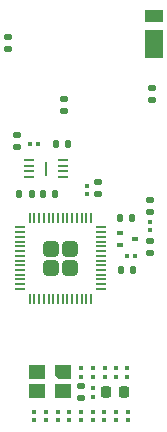
<source format=gbr>
%TF.GenerationSoftware,KiCad,Pcbnew,9.0.0*%
%TF.CreationDate,2025-05-15T12:24:39+09:00*%
%TF.ProjectId,Raspberry Pi Pico(Designed By TORICA),52617370-6265-4727-9279-205069205069,rev?*%
%TF.SameCoordinates,Original*%
%TF.FileFunction,Paste,Top*%
%TF.FilePolarity,Positive*%
%FSLAX46Y46*%
G04 Gerber Fmt 4.6, Leading zero omitted, Abs format (unit mm)*
G04 Created by KiCad (PCBNEW 9.0.0) date 2025-05-15 12:24:39*
%MOMM*%
%LPD*%
G01*
G04 APERTURE LIST*
G04 Aperture macros list*
%AMRoundRect*
0 Rectangle with rounded corners*
0 $1 Rounding radius*
0 $2 $3 $4 $5 $6 $7 $8 $9 X,Y pos of 4 corners*
0 Add a 4 corners polygon primitive as box body*
4,1,4,$2,$3,$4,$5,$6,$7,$8,$9,$2,$3,0*
0 Add four circle primitives for the rounded corners*
1,1,$1+$1,$2,$3*
1,1,$1+$1,$4,$5*
1,1,$1+$1,$6,$7*
1,1,$1+$1,$8,$9*
0 Add four rect primitives between the rounded corners*
20,1,$1+$1,$2,$3,$4,$5,0*
20,1,$1+$1,$4,$5,$6,$7,0*
20,1,$1+$1,$6,$7,$8,$9,0*
20,1,$1+$1,$8,$9,$2,$3,0*%
%AMOutline5P*
0 Free polygon, 5 corners , with rotation*
0 The origin of the aperture is its center*
0 number of corners: always 5*
0 $1 to $10 corner X, Y*
0 $11 Rotation angle, in degrees counterclockwise*
0 create outline with 5 corners*
4,1,5,$1,$2,$3,$4,$5,$6,$7,$8,$9,$10,$1,$2,$11*%
%AMOutline6P*
0 Free polygon, 6 corners , with rotation*
0 The origin of the aperture is its center*
0 number of corners: always 6*
0 $1 to $12 corner X, Y*
0 $13 Rotation angle, in degrees counterclockwise*
0 create outline with 6 corners*
4,1,6,$1,$2,$3,$4,$5,$6,$7,$8,$9,$10,$11,$12,$1,$2,$13*%
%AMOutline7P*
0 Free polygon, 7 corners , with rotation*
0 The origin of the aperture is its center*
0 number of corners: always 7*
0 $1 to $14 corner X, Y*
0 $15 Rotation angle, in degrees counterclockwise*
0 create outline with 7 corners*
4,1,7,$1,$2,$3,$4,$5,$6,$7,$8,$9,$10,$11,$12,$13,$14,$1,$2,$15*%
%AMOutline8P*
0 Free polygon, 8 corners , with rotation*
0 The origin of the aperture is its center*
0 number of corners: always 8*
0 $1 to $16 corner X, Y*
0 $17 Rotation angle, in degrees counterclockwise*
0 create outline with 8 corners*
4,1,8,$1,$2,$3,$4,$5,$6,$7,$8,$9,$10,$11,$12,$13,$14,$15,$16,$1,$2,$17*%
G04 Aperture macros list end*
%ADD10R,1.500000X2.400000*%
%ADD11R,1.500000X1.050000*%
%ADD12Outline5P,-0.700000X0.575000X0.412500X0.575000X0.700000X0.287500X0.700000X-0.575000X-0.700000X-0.575000X180.000000*%
%ADD13R,1.400000X1.150000*%
%ADD14RoundRect,0.079500X0.100500X-0.079500X0.100500X0.079500X-0.100500X0.079500X-0.100500X-0.079500X0*%
%ADD15RoundRect,0.079500X-0.100500X0.079500X-0.100500X-0.079500X0.100500X-0.079500X0.100500X0.079500X0*%
%ADD16RoundRect,0.135000X0.185000X-0.135000X0.185000X0.135000X-0.185000X0.135000X-0.185000X-0.135000X0*%
%ADD17RoundRect,0.135000X-0.185000X0.135000X-0.185000X-0.135000X0.185000X-0.135000X0.185000X0.135000X0*%
%ADD18RoundRect,0.135000X-0.135000X-0.185000X0.135000X-0.185000X0.135000X0.185000X-0.135000X0.185000X0*%
%ADD19R,0.510000X0.400000*%
%ADD20RoundRect,0.079500X0.079500X0.100500X-0.079500X0.100500X-0.079500X-0.100500X0.079500X-0.100500X0*%
%ADD21RoundRect,0.249999X-0.395001X-0.395001X0.395001X-0.395001X0.395001X0.395001X-0.395001X0.395001X0*%
%ADD22RoundRect,0.050000X-0.387500X-0.050000X0.387500X-0.050000X0.387500X0.050000X-0.387500X0.050000X0*%
%ADD23RoundRect,0.050000X-0.050000X-0.387500X0.050000X-0.387500X0.050000X0.387500X-0.050000X0.387500X0*%
%ADD24RoundRect,0.040000X-0.040000X-0.605000X0.040000X-0.605000X0.040000X0.605000X-0.040000X0.605000X0*%
%ADD25RoundRect,0.062500X-0.387500X-0.062500X0.387500X-0.062500X0.387500X0.062500X-0.387500X0.062500X0*%
%ADD26RoundRect,0.140000X-0.140000X-0.170000X0.140000X-0.170000X0.140000X0.170000X-0.140000X0.170000X0*%
%ADD27RoundRect,0.225000X0.225000X0.250000X-0.225000X0.250000X-0.225000X-0.250000X0.225000X-0.250000X0*%
G04 APERTURE END LIST*
D10*
%TO.C,D2*%
X156420000Y-82550000D03*
D11*
X156420000Y-80175000D03*
%TD*%
D12*
%TO.C,Y1*%
X148650000Y-110300000D03*
D13*
X146450000Y-110300000D03*
X146450000Y-111900000D03*
X148650000Y-111900000D03*
%TD*%
D14*
%TO.C,C6*%
X150200000Y-114375000D03*
X150200000Y-113685000D03*
%TD*%
%TO.C,C5*%
X154087500Y-110715000D03*
X154087500Y-110025000D03*
%TD*%
D15*
%TO.C,C13*%
X147225313Y-113685000D03*
X147225313Y-114375000D03*
%TD*%
%TO.C,R8*%
X150200000Y-110025000D03*
X150200000Y-110715000D03*
%TD*%
D16*
%TO.C,R13*%
X144000000Y-83010000D03*
X144000000Y-81990000D03*
%TD*%
D14*
%TO.C,C10*%
X153174688Y-114375000D03*
X153174688Y-113685000D03*
%TD*%
D17*
%TO.C,R2*%
X156000000Y-99240000D03*
X156000000Y-100260000D03*
%TD*%
D18*
%TO.C,R3*%
X148090000Y-91000000D03*
X149110000Y-91000000D03*
%TD*%
%TO.C,R6*%
X146990000Y-95250000D03*
X148010000Y-95250000D03*
%TD*%
D17*
%TO.C,R4*%
X151600000Y-94240000D03*
X151600000Y-95260000D03*
%TD*%
D14*
%TO.C,C1*%
X148216875Y-114375000D03*
X148216875Y-113685000D03*
%TD*%
D15*
%TO.C,C16*%
X154166250Y-113685000D03*
X154166250Y-114375000D03*
%TD*%
D14*
%TO.C,C2*%
X156000000Y-98345000D03*
X156000000Y-97655000D03*
%TD*%
D18*
%TO.C,R10*%
X153590000Y-101650000D03*
X154610000Y-101650000D03*
%TD*%
D19*
%TO.C,Q1*%
X153460000Y-98550000D03*
X153460000Y-99550000D03*
X154750000Y-99050000D03*
%TD*%
D20*
%TO.C,R11*%
X146595000Y-91000000D03*
X145905000Y-91000000D03*
%TD*%
D14*
%TO.C,C4*%
X152183125Y-114375000D03*
X152183125Y-113685000D03*
%TD*%
D21*
%TO.C,U1*%
X147650000Y-99887500D03*
X147650000Y-101487500D03*
X149250000Y-99887500D03*
X149250000Y-101487500D03*
D22*
X145012500Y-98087500D03*
X145012500Y-98487500D03*
X145012500Y-98887500D03*
X145012500Y-99287500D03*
X145012500Y-99687500D03*
X145012500Y-100087500D03*
X145012500Y-100487500D03*
X145012500Y-100887500D03*
X145012500Y-101287500D03*
X145012500Y-101687500D03*
X145012500Y-102087500D03*
X145012500Y-102487500D03*
X145012500Y-102887500D03*
X145012500Y-103287500D03*
D23*
X145850000Y-104125000D03*
X146250000Y-104125000D03*
X146650000Y-104125000D03*
X147050000Y-104125000D03*
X147450000Y-104125000D03*
X147850000Y-104125000D03*
X148250000Y-104125000D03*
X148650000Y-104125000D03*
X149050000Y-104125000D03*
X149450000Y-104125000D03*
X149850000Y-104125000D03*
X150250000Y-104125000D03*
X150650000Y-104125000D03*
X151050000Y-104125000D03*
D22*
X151887500Y-103287500D03*
X151887500Y-102887500D03*
X151887500Y-102487500D03*
X151887500Y-102087500D03*
X151887500Y-101687500D03*
X151887500Y-101287500D03*
X151887500Y-100887500D03*
X151887500Y-100487500D03*
X151887500Y-100087500D03*
X151887500Y-99687500D03*
X151887500Y-99287500D03*
X151887500Y-98887500D03*
X151887500Y-98487500D03*
X151887500Y-98087500D03*
D23*
X151050000Y-97250000D03*
X150650000Y-97250000D03*
X150250000Y-97250000D03*
X149850000Y-97250000D03*
X149450000Y-97250000D03*
X149050000Y-97250000D03*
X148650000Y-97250000D03*
X148250000Y-97250000D03*
X147850000Y-97250000D03*
X147450000Y-97250000D03*
X147050000Y-97250000D03*
X146650000Y-97250000D03*
X146250000Y-97250000D03*
X145850000Y-97250000D03*
%TD*%
D14*
%TO.C,C14*%
X151200000Y-110715000D03*
X151200000Y-110025000D03*
%TD*%
%TO.C,C3*%
X146233750Y-114375000D03*
X146233750Y-113685000D03*
%TD*%
D17*
%TO.C,R1*%
X156000000Y-95740000D03*
X156000000Y-96760000D03*
%TD*%
D15*
%TO.C,C12*%
X150700000Y-94605000D03*
X150700000Y-95295000D03*
%TD*%
D14*
%TO.C,C11*%
X151191563Y-114375000D03*
X151191563Y-113685000D03*
%TD*%
D17*
%TO.C,R9*%
X144750000Y-90240000D03*
X144750000Y-91260000D03*
%TD*%
D15*
%TO.C,C15*%
X151200000Y-111715000D03*
X151200000Y-112405000D03*
%TD*%
D17*
%TO.C,R12*%
X148750000Y-87240000D03*
X148750000Y-88260000D03*
%TD*%
D24*
%TO.C,U2*%
X147250000Y-93100000D03*
D25*
X145825000Y-92350000D03*
X145825000Y-92850000D03*
X145825000Y-93350000D03*
X145825000Y-93850000D03*
X148675000Y-93850000D03*
X148675000Y-93350000D03*
X148675000Y-92850000D03*
X148675000Y-92350000D03*
%TD*%
D14*
%TO.C,C9*%
X152237500Y-110715000D03*
X152237500Y-110025000D03*
%TD*%
D26*
%TO.C,C17*%
X153520000Y-97250000D03*
X154480000Y-97250000D03*
%TD*%
D20*
%TO.C,R14*%
X154745000Y-100500000D03*
X154055000Y-100500000D03*
%TD*%
D16*
%TO.C,R15*%
X156250000Y-87260000D03*
X156250000Y-86240000D03*
%TD*%
D18*
%TO.C,R5*%
X144990000Y-95250000D03*
X146010000Y-95250000D03*
%TD*%
D27*
%TO.C,C18*%
X153875000Y-112050000D03*
X152325000Y-112050000D03*
%TD*%
D14*
%TO.C,C7*%
X153162500Y-110715000D03*
X153162500Y-110025000D03*
%TD*%
%TO.C,C8*%
X149208438Y-114375000D03*
X149208438Y-113685000D03*
%TD*%
D16*
%TO.C,R7*%
X150200000Y-112570000D03*
X150200000Y-111550000D03*
%TD*%
M02*

</source>
